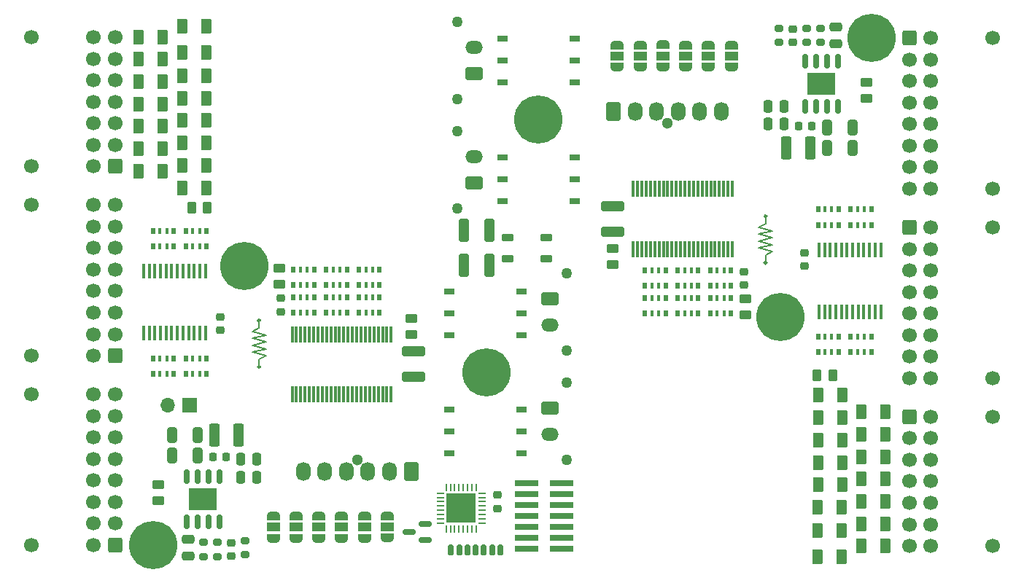
<source format=gbr>
%TF.GenerationSoftware,KiCad,Pcbnew,(6.0.11)*%
%TF.CreationDate,2023-03-28T12:14:43+02:00*%
%TF.ProjectId,bms_monitor,626d735f-6d6f-46e6-9974-6f722e6b6963,rev?*%
%TF.SameCoordinates,Original*%
%TF.FileFunction,Soldermask,Top*%
%TF.FilePolarity,Negative*%
%FSLAX46Y46*%
G04 Gerber Fmt 4.6, Leading zero omitted, Abs format (unit mm)*
G04 Created by KiCad (PCBNEW (6.0.11)) date 2023-03-28 12:14:43*
%MOMM*%
%LPD*%
G01*
G04 APERTURE LIST*
G04 Aperture macros list*
%AMRoundRect*
0 Rectangle with rounded corners*
0 $1 Rounding radius*
0 $2 $3 $4 $5 $6 $7 $8 $9 X,Y pos of 4 corners*
0 Add a 4 corners polygon primitive as box body*
4,1,4,$2,$3,$4,$5,$6,$7,$8,$9,$2,$3,0*
0 Add four circle primitives for the rounded corners*
1,1,$1+$1,$2,$3*
1,1,$1+$1,$4,$5*
1,1,$1+$1,$6,$7*
1,1,$1+$1,$8,$9*
0 Add four rect primitives between the rounded corners*
20,1,$1+$1,$2,$3,$4,$5,0*
20,1,$1+$1,$4,$5,$6,$7,0*
20,1,$1+$1,$6,$7,$8,$9,0*
20,1,$1+$1,$8,$9,$2,$3,0*%
%AMFreePoly0*
4,1,22,0.550000,-0.750000,0.000000,-0.750000,0.000000,-0.745033,-0.079941,-0.743568,-0.215256,-0.701293,-0.333266,-0.622738,-0.424486,-0.514219,-0.481581,-0.384460,-0.499164,-0.250000,-0.500000,-0.250000,-0.500000,0.250000,-0.499164,0.250000,-0.499963,0.256109,-0.478152,0.396186,-0.417904,0.524511,-0.324060,0.630769,-0.204165,0.706417,-0.067858,0.745374,0.000000,0.744959,0.000000,0.750000,
0.550000,0.750000,0.550000,-0.750000,0.550000,-0.750000,$1*%
%AMFreePoly1*
4,1,20,0.000000,0.744959,0.073905,0.744508,0.209726,0.703889,0.328688,0.626782,0.421226,0.519385,0.479903,0.390333,0.500000,0.250000,0.500000,-0.250000,0.499851,-0.262216,0.476331,-0.402017,0.414519,-0.529596,0.319384,-0.634700,0.198574,-0.708877,0.061801,-0.746166,0.000000,-0.745033,0.000000,-0.750000,-0.550000,-0.750000,-0.550000,0.750000,0.000000,0.750000,0.000000,0.744959,
0.000000,0.744959,$1*%
G04 Aperture macros list end*
%ADD10C,0.150000*%
%ADD11C,0.275000*%
%ADD12RoundRect,0.062500X-0.062500X0.375000X-0.062500X-0.375000X0.062500X-0.375000X0.062500X0.375000X0*%
%ADD13RoundRect,0.062500X-0.375000X0.062500X-0.375000X-0.062500X0.375000X-0.062500X0.375000X0.062500X0*%
%ADD14R,3.450000X3.450000*%
%ADD15RoundRect,0.250000X-0.450000X0.262500X-0.450000X-0.262500X0.450000X-0.262500X0.450000X0.262500X0*%
%ADD16FreePoly0,270.000000*%
%ADD17R,1.500000X1.000000*%
%ADD18FreePoly1,270.000000*%
%ADD19R,0.500000X0.800000*%
%ADD20R,0.400000X0.800000*%
%ADD21RoundRect,0.250000X-0.375000X-0.625000X0.375000X-0.625000X0.375000X0.625000X-0.375000X0.625000X0*%
%ADD22RoundRect,0.250000X0.450000X-0.262500X0.450000X0.262500X-0.450000X0.262500X-0.450000X-0.262500X0*%
%ADD23RoundRect,0.250000X0.375000X0.625000X-0.375000X0.625000X-0.375000X-0.625000X0.375000X-0.625000X0*%
%ADD24RoundRect,0.225000X0.225000X0.250000X-0.225000X0.250000X-0.225000X-0.250000X0.225000X-0.250000X0*%
%ADD25C,5.600000*%
%ADD26R,1.270000X0.760000*%
%ADD27RoundRect,0.250000X0.475000X-0.250000X0.475000X0.250000X-0.475000X0.250000X-0.475000X-0.250000X0*%
%ADD28C,1.700000*%
%ADD29RoundRect,0.250000X-0.600000X-0.600000X0.600000X-0.600000X0.600000X0.600000X-0.600000X0.600000X0*%
%ADD30C,1.270000*%
%ADD31RoundRect,0.250001X0.759999X-0.499999X0.759999X0.499999X-0.759999X0.499999X-0.759999X-0.499999X0*%
%ADD32O,2.020000X1.500000*%
%ADD33RoundRect,0.225000X-0.250000X0.225000X-0.250000X-0.225000X0.250000X-0.225000X0.250000X0.225000X0*%
%ADD34RoundRect,0.250000X-0.325000X-0.650000X0.325000X-0.650000X0.325000X0.650000X-0.325000X0.650000X0*%
%ADD35RoundRect,0.250000X-0.325000X-1.100000X0.325000X-1.100000X0.325000X1.100000X-0.325000X1.100000X0*%
%ADD36RoundRect,0.250000X0.600000X0.600000X-0.600000X0.600000X-0.600000X-0.600000X0.600000X-0.600000X0*%
%ADD37RoundRect,0.150000X-0.150000X0.662500X-0.150000X-0.662500X0.150000X-0.662500X0.150000X0.662500X0*%
%ADD38R,3.200000X2.514000*%
%ADD39RoundRect,0.250000X-0.375000X-1.075000X0.375000X-1.075000X0.375000X1.075000X-0.375000X1.075000X0*%
%ADD40RoundRect,0.150000X0.587500X0.150000X-0.587500X0.150000X-0.587500X-0.150000X0.587500X-0.150000X0*%
%ADD41FreePoly0,90.000000*%
%ADD42FreePoly1,90.000000*%
%ADD43RoundRect,0.250000X-0.250000X-0.475000X0.250000X-0.475000X0.250000X0.475000X-0.250000X0.475000X0*%
%ADD44RoundRect,0.250000X0.262500X0.450000X-0.262500X0.450000X-0.262500X-0.450000X0.262500X-0.450000X0*%
%ADD45RoundRect,0.200000X-0.275000X0.200000X-0.275000X-0.200000X0.275000X-0.200000X0.275000X0.200000X0*%
%ADD46RoundRect,0.150000X0.150000X-0.662500X0.150000X0.662500X-0.150000X0.662500X-0.150000X-0.662500X0*%
%ADD47C,1.300000*%
%ADD48RoundRect,0.250000X-0.600000X0.850000X-0.600000X-0.850000X0.600000X-0.850000X0.600000X0.850000X0*%
%ADD49O,1.700000X2.200000*%
%ADD50RoundRect,0.200000X0.275000X-0.200000X0.275000X0.200000X-0.275000X0.200000X-0.275000X-0.200000X0*%
%ADD51RoundRect,0.250000X0.325000X0.650000X-0.325000X0.650000X-0.325000X-0.650000X0.325000X-0.650000X0*%
%ADD52R,0.450000X1.750000*%
%ADD53RoundRect,0.250000X0.250000X0.475000X-0.250000X0.475000X-0.250000X-0.475000X0.250000X-0.475000X0*%
%ADD54RoundRect,0.225000X0.250000X-0.225000X0.250000X0.225000X-0.250000X0.225000X-0.250000X-0.225000X0*%
%ADD55RoundRect,0.250000X0.375000X1.075000X-0.375000X1.075000X-0.375000X-1.075000X0.375000X-1.075000X0*%
%ADD56RoundRect,0.225000X-0.450000X-0.225000X0.450000X-0.225000X0.450000X0.225000X-0.450000X0.225000X0*%
%ADD57RoundRect,0.075000X0.075000X-0.875000X0.075000X0.875000X-0.075000X0.875000X-0.075000X-0.875000X0*%
%ADD58RoundRect,0.250000X0.600000X-0.850000X0.600000X0.850000X-0.600000X0.850000X-0.600000X-0.850000X0*%
%ADD59RoundRect,0.250000X-0.475000X0.250000X-0.475000X-0.250000X0.475000X-0.250000X0.475000X0.250000X0*%
%ADD60RoundRect,0.225000X-0.225000X-0.250000X0.225000X-0.250000X0.225000X0.250000X-0.225000X0.250000X0*%
%ADD61RoundRect,0.250000X-1.100000X0.325000X-1.100000X-0.325000X1.100000X-0.325000X1.100000X0.325000X0*%
%ADD62RoundRect,0.250001X-0.759999X0.499999X-0.759999X-0.499999X0.759999X-0.499999X0.759999X0.499999X0*%
%ADD63RoundRect,0.075000X-0.075000X0.875000X-0.075000X-0.875000X0.075000X-0.875000X0.075000X0.875000X0*%
%ADD64R,1.700000X1.700000*%
%ADD65O,1.700000X1.700000*%
%ADD66R,2.790000X0.740000*%
%ADD67RoundRect,0.250000X-0.262500X-0.450000X0.262500X-0.450000X0.262500X0.450000X-0.262500X0.450000X0*%
%ADD68RoundRect,0.218750X-0.256250X0.218750X-0.256250X-0.218750X0.256250X-0.218750X0.256250X0.218750X0*%
%ADD69RoundRect,0.250000X1.100000X-0.325000X1.100000X0.325000X-1.100000X0.325000X-1.100000X-0.325000X0*%
%ADD70RoundRect,0.160000X-0.160000X-0.475000X0.160000X-0.475000X0.160000X0.475000X-0.160000X0.475000X0*%
G04 APERTURE END LIST*
D10*
X166900000Y-86700000D02*
X166900000Y-85800000D01*
X167700000Y-89100000D02*
X166100000Y-88700000D01*
D11*
X108237500Y-103300000D02*
G75*
G03*
X108237500Y-103300000I-137500J0D01*
G01*
X167037500Y-91200000D02*
G75*
G03*
X167037500Y-91200000I-137500J0D01*
G01*
D10*
X108100000Y-102400000D02*
X108100000Y-103300000D01*
X108100000Y-97900000D02*
X108100000Y-98800000D01*
X166100000Y-87100000D02*
X166900000Y-86700000D01*
X108900000Y-100400000D02*
X107300000Y-100800000D01*
X166100000Y-89500000D02*
X167700000Y-89100000D01*
X108900000Y-99600000D02*
X107300000Y-100000000D01*
X166100000Y-87900000D02*
X167700000Y-87500000D01*
X107300000Y-100800000D02*
X108900000Y-101200000D01*
X107300000Y-99200000D02*
X108900000Y-99600000D01*
X166900000Y-91200000D02*
X166900000Y-90300000D01*
X166900000Y-90300000D02*
X167700000Y-89900000D01*
X167700000Y-87500000D02*
X166100000Y-87100000D01*
X107300000Y-101600000D02*
X108900000Y-102000000D01*
X108900000Y-101200000D02*
X107300000Y-101600000D01*
X108100000Y-98800000D02*
X107300000Y-99200000D01*
X167700000Y-88300000D02*
X166100000Y-87900000D01*
X108900000Y-102000000D02*
X108100000Y-102400000D01*
X107300000Y-100000000D02*
X108900000Y-100400000D01*
D11*
X167037500Y-85800000D02*
G75*
G03*
X167037500Y-85800000I-137500J0D01*
G01*
X108237500Y-97900000D02*
G75*
G03*
X108237500Y-97900000I-137500J0D01*
G01*
D10*
X167700000Y-89900000D02*
X166100000Y-89500000D01*
X166100000Y-88700000D02*
X167700000Y-88300000D01*
D12*
%TO.C,U1*%
X133322000Y-117279700D03*
X132822000Y-117279700D03*
X132322000Y-117279700D03*
X131822000Y-117279700D03*
X131322000Y-117279700D03*
X130822000Y-117279700D03*
X130322000Y-117279700D03*
X129822000Y-117279700D03*
D13*
X129134500Y-117967200D03*
X129134500Y-118467200D03*
X129134500Y-118967200D03*
X129134500Y-119467200D03*
X129134500Y-119967200D03*
X129134500Y-120467200D03*
X129134500Y-120967200D03*
X129134500Y-121467200D03*
D12*
X129822000Y-122154700D03*
X130322000Y-122154700D03*
X130822000Y-122154700D03*
X131322000Y-122154700D03*
X131822000Y-122154700D03*
X132322000Y-122154700D03*
X132822000Y-122154700D03*
X133322000Y-122154700D03*
D13*
X134009500Y-121467200D03*
X134009500Y-120967200D03*
X134009500Y-120467200D03*
X134009500Y-119967200D03*
X134009500Y-119467200D03*
X134009500Y-118967200D03*
X134009500Y-118467200D03*
X134009500Y-117967200D03*
D14*
X131572000Y-119717200D03*
%TD*%
D15*
%TO.C,R3*%
X110439200Y-91848300D03*
X110439200Y-93673300D03*
%TD*%
D16*
%TO.C,JP3*%
X120335300Y-120620000D03*
D17*
X120335300Y-121920000D03*
D18*
X120335300Y-123220000D03*
%TD*%
D19*
%TO.C,RN8*%
X102000000Y-87500000D03*
D20*
X101200000Y-87500000D03*
X100400000Y-87500000D03*
D19*
X99600000Y-87500000D03*
X99600000Y-89300000D03*
D20*
X100400000Y-89300000D03*
X101200000Y-89300000D03*
D19*
X102000000Y-89300000D03*
%TD*%
D21*
%TO.C,F21*%
X172968000Y-119634000D03*
X175768000Y-119634000D03*
%TD*%
D22*
%TO.C,R16*%
X164592000Y-97229300D03*
X164592000Y-95404300D03*
%TD*%
D23*
%TO.C,Fa10*%
X96954800Y-67564000D03*
X94154800Y-67564000D03*
%TD*%
D16*
%TO.C,JP5*%
X109768900Y-120620000D03*
D17*
X109768900Y-121920000D03*
D18*
X109768900Y-123220000D03*
%TD*%
D23*
%TO.C,Fa8*%
X96954800Y-70154800D03*
X94154800Y-70154800D03*
%TD*%
%TO.C,Fa3*%
X101984000Y-77266800D03*
X99184000Y-77266800D03*
%TD*%
D24*
%TO.C,C25*%
X104275000Y-113800000D03*
X102725000Y-113800000D03*
%TD*%
D25*
%TO.C,H5*%
X168630600Y-97500000D03*
%TD*%
D15*
%TO.C,R4*%
X125800000Y-97687500D03*
X125800000Y-99512500D03*
%TD*%
D19*
%TO.C,CN3*%
X112100000Y-97000000D03*
D20*
X112900000Y-97000000D03*
X113700000Y-97000000D03*
D19*
X114500000Y-97000000D03*
X114500000Y-95200000D03*
D20*
X113700000Y-95200000D03*
X112900000Y-95200000D03*
D19*
X112100000Y-95200000D03*
%TD*%
D21*
%TO.C,F22*%
X172996400Y-116992400D03*
X175796400Y-116992400D03*
%TD*%
D26*
%TO.C,U8*%
X138590000Y-113334800D03*
X138590000Y-110794800D03*
X138590000Y-108254800D03*
X130210000Y-108254800D03*
X130210000Y-110794800D03*
X130210000Y-113334800D03*
%TD*%
D27*
%TO.C,C40*%
X175100000Y-65750000D03*
X175100000Y-63850000D03*
%TD*%
D19*
%TO.C,RN15*%
X159100000Y-95300000D03*
D20*
X158300000Y-95300000D03*
X157500000Y-95300000D03*
D19*
X156700000Y-95300000D03*
X156700000Y-97100000D03*
D20*
X157500000Y-97100000D03*
X158300000Y-97100000D03*
D19*
X159100000Y-97100000D03*
%TD*%
D28*
%TO.C,J10*%
X193280000Y-82600000D03*
X193280000Y-65100000D03*
D29*
X183600000Y-65100000D03*
D28*
X183600000Y-67600000D03*
X183600000Y-70100000D03*
X183600000Y-72600000D03*
X183600000Y-75100000D03*
X183600000Y-77600000D03*
X183600000Y-80100000D03*
X183600000Y-82600000D03*
X186100000Y-65100000D03*
X186100000Y-67600000D03*
X186100000Y-70100000D03*
X186100000Y-72600000D03*
X186100000Y-75100000D03*
X186100000Y-77600000D03*
X186100000Y-80100000D03*
X186100000Y-82600000D03*
%TD*%
D22*
%TO.C,R17*%
X149200000Y-91412500D03*
X149200000Y-89587500D03*
%TD*%
D30*
%TO.C,J2*%
X131140000Y-72200000D03*
X131140000Y-63200000D03*
D31*
X133100000Y-69200000D03*
D32*
X133100000Y-66200000D03*
%TD*%
D33*
%TO.C,C15*%
X103600000Y-97525000D03*
X103600000Y-99075000D03*
%TD*%
D19*
%TO.C,RN6*%
X112100000Y-93800000D03*
D20*
X112900000Y-93800000D03*
X113700000Y-93800000D03*
D19*
X114500000Y-93800000D03*
X114500000Y-92000000D03*
D20*
X113700000Y-92000000D03*
X112900000Y-92000000D03*
D19*
X112100000Y-92000000D03*
%TD*%
D34*
%TO.C,C21*%
X98025000Y-113600000D03*
X100975000Y-113600000D03*
%TD*%
D22*
%TO.C,R14*%
X96400000Y-118812500D03*
X96400000Y-116987500D03*
%TD*%
D16*
%TO.C,JP6*%
X112410500Y-120620000D03*
D17*
X112410500Y-121920000D03*
D18*
X112410500Y-123220000D03*
%TD*%
D35*
%TO.C,C1*%
X131900400Y-87401400D03*
X134850400Y-87401400D03*
%TD*%
D28*
%TO.C,J6*%
X81720000Y-124000000D03*
X81720000Y-106500000D03*
D36*
X91400000Y-124000000D03*
D28*
X91400000Y-121500000D03*
X91400000Y-119000000D03*
X91400000Y-116500000D03*
X91400000Y-114000000D03*
X91400000Y-111500000D03*
X91400000Y-109000000D03*
X91400000Y-106500000D03*
X88900000Y-124000000D03*
X88900000Y-121500000D03*
X88900000Y-119000000D03*
X88900000Y-116500000D03*
X88900000Y-114000000D03*
X88900000Y-111500000D03*
X88900000Y-109000000D03*
X88900000Y-106500000D03*
%TD*%
D37*
%TO.C,U11*%
X175305000Y-67762500D03*
X174035000Y-67762500D03*
X172765000Y-67762500D03*
X171495000Y-67762500D03*
X171495000Y-73037500D03*
X172765000Y-73037500D03*
X174035000Y-73037500D03*
X175305000Y-73037500D03*
D38*
X173400000Y-70400000D03*
%TD*%
D19*
%TO.C,CN9*%
X159100000Y-92100000D03*
D20*
X158300000Y-92100000D03*
X157500000Y-92100000D03*
D19*
X156700000Y-92100000D03*
X156700000Y-93900000D03*
D20*
X157500000Y-93900000D03*
X158300000Y-93900000D03*
D19*
X159100000Y-93900000D03*
%TD*%
D39*
%TO.C,L2*%
X102900000Y-111200000D03*
X105700000Y-111200000D03*
%TD*%
D26*
%TO.C,U13*%
X136410000Y-78960000D03*
X136410000Y-81500000D03*
X136410000Y-84040000D03*
X144790000Y-84040000D03*
X144790000Y-81500000D03*
X144790000Y-78960000D03*
%TD*%
D40*
%TO.C,U2*%
X127429500Y-123428800D03*
X127429500Y-121528800D03*
X125554500Y-122478800D03*
%TD*%
D28*
%TO.C,J5*%
X81720000Y-65000000D03*
X81720000Y-80000000D03*
D36*
X91400000Y-80000000D03*
D28*
X91400000Y-77500000D03*
X91400000Y-75000000D03*
X91400000Y-72500000D03*
X91400000Y-70000000D03*
X91400000Y-67500000D03*
X91400000Y-65000000D03*
X88900000Y-80000000D03*
X88900000Y-77500000D03*
X88900000Y-75000000D03*
X88900000Y-72500000D03*
X88900000Y-70000000D03*
X88900000Y-67500000D03*
X88900000Y-65000000D03*
%TD*%
D34*
%TO.C,C19*%
X98025000Y-111200000D03*
X100975000Y-111200000D03*
%TD*%
D23*
%TO.C,Fa2*%
X96954800Y-77927200D03*
X94154800Y-77927200D03*
%TD*%
%TO.C,Fa13*%
X102034800Y-63703200D03*
X99234800Y-63703200D03*
%TD*%
%TO.C,Fa7*%
X101984000Y-72085200D03*
X99184000Y-72085200D03*
%TD*%
D41*
%TO.C,JP12*%
X160283900Y-68500000D03*
D17*
X160283900Y-67200000D03*
D42*
X160283900Y-65900000D03*
%TD*%
D23*
%TO.C,Fa11*%
X102034800Y-66802000D03*
X99234800Y-66802000D03*
%TD*%
D19*
%TO.C,RN18*%
X176800000Y-101600000D03*
D20*
X177600000Y-101600000D03*
X178400000Y-101600000D03*
D19*
X179200000Y-101600000D03*
X179200000Y-99800000D03*
D20*
X178400000Y-99800000D03*
X177600000Y-99800000D03*
D19*
X176800000Y-99800000D03*
%TD*%
D43*
%TO.C,C49*%
X167150000Y-73000000D03*
X169050000Y-73000000D03*
%TD*%
D44*
%TO.C,FB1*%
X102106100Y-84836000D03*
X100281100Y-84836000D03*
%TD*%
D28*
%TO.C,J9*%
X193280000Y-109100000D03*
X193280000Y-124100000D03*
D29*
X183600000Y-109100000D03*
D28*
X183600000Y-111600000D03*
X183600000Y-114100000D03*
X183600000Y-116600000D03*
X183600000Y-119100000D03*
X183600000Y-121600000D03*
X183600000Y-124100000D03*
X186100000Y-109100000D03*
X186100000Y-111600000D03*
X186100000Y-114100000D03*
X186100000Y-116600000D03*
X186100000Y-119100000D03*
X186100000Y-121600000D03*
X186100000Y-124100000D03*
%TD*%
D30*
%TO.C,J1*%
X131136000Y-75915000D03*
X131136000Y-84915000D03*
D31*
X133096000Y-81915000D03*
D32*
X133096000Y-78915000D03*
%TD*%
D45*
%TO.C,R21*%
X173300000Y-63975000D03*
X173300000Y-65625000D03*
%TD*%
D46*
%TO.C,U7*%
X99695000Y-121337500D03*
X100965000Y-121337500D03*
X102235000Y-121337500D03*
X103505000Y-121337500D03*
X103505000Y-116062500D03*
X102235000Y-116062500D03*
X100965000Y-116062500D03*
X99695000Y-116062500D03*
D38*
X101600000Y-118700000D03*
%TD*%
D47*
%TO.C,J8*%
X119500000Y-114090000D03*
D48*
X125750000Y-115430000D03*
D49*
X123250000Y-115430000D03*
X120750000Y-115430000D03*
X118250000Y-115430000D03*
X115750000Y-115430000D03*
X113250000Y-115430000D03*
%TD*%
D25*
%TO.C,H2*%
X106400600Y-91600000D03*
%TD*%
D50*
%TO.C,R8*%
X101700000Y-125335800D03*
X101700000Y-123685800D03*
%TD*%
D19*
%TO.C,CN2*%
X115900000Y-97000000D03*
D20*
X116700000Y-97000000D03*
X117500000Y-97000000D03*
D19*
X118300000Y-97000000D03*
X118300000Y-95200000D03*
D20*
X117500000Y-95200000D03*
X116700000Y-95200000D03*
D19*
X115900000Y-95200000D03*
%TD*%
D51*
%TO.C,C41*%
X176975000Y-75500000D03*
X174025000Y-75500000D03*
%TD*%
D21*
%TO.C,F16*%
X178025600Y-116332000D03*
X180825600Y-116332000D03*
%TD*%
D52*
%TO.C,U10*%
X173125000Y-96900000D03*
X173775000Y-96900000D03*
X174425000Y-96900000D03*
X175075000Y-96900000D03*
X175725000Y-96900000D03*
X176375000Y-96900000D03*
X177025000Y-96900000D03*
X177675000Y-96900000D03*
X178325000Y-96900000D03*
X178975000Y-96900000D03*
X179625000Y-96900000D03*
X180275000Y-96900000D03*
X180275000Y-89700000D03*
X179625000Y-89700000D03*
X178975000Y-89700000D03*
X178325000Y-89700000D03*
X177675000Y-89700000D03*
X177025000Y-89700000D03*
X176375000Y-89700000D03*
X175725000Y-89700000D03*
X175075000Y-89700000D03*
X174425000Y-89700000D03*
X173775000Y-89700000D03*
X173125000Y-89700000D03*
%TD*%
D19*
%TO.C,CN1*%
X119700000Y-97000000D03*
D20*
X120500000Y-97000000D03*
X121300000Y-97000000D03*
D19*
X122100000Y-97000000D03*
X122100000Y-95200000D03*
D20*
X121300000Y-95200000D03*
X120500000Y-95200000D03*
D19*
X119700000Y-95200000D03*
%TD*%
D53*
%TO.C,C29*%
X107850000Y-116100000D03*
X105950000Y-116100000D03*
%TD*%
D45*
%TO.C,R26*%
X171700000Y-63975000D03*
X171700000Y-65625000D03*
%TD*%
D54*
%TO.C,C46*%
X170100000Y-65575000D03*
X170100000Y-64025000D03*
%TD*%
D52*
%TO.C,U6*%
X101875000Y-92200000D03*
X101225000Y-92200000D03*
X100575000Y-92200000D03*
X99925000Y-92200000D03*
X99275000Y-92200000D03*
X98625000Y-92200000D03*
X97975000Y-92200000D03*
X97325000Y-92200000D03*
X96675000Y-92200000D03*
X96025000Y-92200000D03*
X95375000Y-92200000D03*
X94725000Y-92200000D03*
X94725000Y-99400000D03*
X95375000Y-99400000D03*
X96025000Y-99400000D03*
X96675000Y-99400000D03*
X97325000Y-99400000D03*
X97975000Y-99400000D03*
X98625000Y-99400000D03*
X99275000Y-99400000D03*
X99925000Y-99400000D03*
X100575000Y-99400000D03*
X101225000Y-99400000D03*
X101875000Y-99400000D03*
%TD*%
D19*
%TO.C,CN14*%
X162900000Y-92100000D03*
D20*
X162100000Y-92100000D03*
X161300000Y-92100000D03*
D19*
X160500000Y-92100000D03*
X160500000Y-93900000D03*
D20*
X161300000Y-93900000D03*
X162100000Y-93900000D03*
D19*
X162900000Y-93900000D03*
%TD*%
%TO.C,RN9*%
X99600000Y-104100000D03*
D20*
X100400000Y-104100000D03*
X101200000Y-104100000D03*
D19*
X102000000Y-104100000D03*
X102000000Y-102300000D03*
D20*
X101200000Y-102300000D03*
X100400000Y-102300000D03*
D19*
X99600000Y-102300000D03*
%TD*%
D55*
%TO.C,L3*%
X172100000Y-77900000D03*
X169300000Y-77900000D03*
%TD*%
D56*
%TO.C,FL1*%
X136925000Y-88250000D03*
X136925000Y-90750000D03*
X141475000Y-90750000D03*
X141475000Y-88250000D03*
%TD*%
D19*
%TO.C,CN8*%
X155300000Y-92100000D03*
D20*
X154500000Y-92100000D03*
X153700000Y-92100000D03*
D19*
X152900000Y-92100000D03*
X152900000Y-93900000D03*
D20*
X153700000Y-93900000D03*
X154500000Y-93900000D03*
D19*
X155300000Y-93900000D03*
%TD*%
D21*
%TO.C,F13*%
X178025600Y-124104400D03*
X180825600Y-124104400D03*
%TD*%
D57*
%TO.C,U9*%
X151550000Y-89600000D03*
X152050000Y-89600000D03*
X152550000Y-89600000D03*
X153050000Y-89600000D03*
X153550000Y-89600000D03*
X154050000Y-89600000D03*
X154550000Y-89600000D03*
X155050000Y-89600000D03*
X155550000Y-89600000D03*
X156050000Y-89600000D03*
X156550000Y-89600000D03*
X157050000Y-89600000D03*
X157550000Y-89600000D03*
X158050000Y-89600000D03*
X158550000Y-89600000D03*
X159050000Y-89600000D03*
X159550000Y-89600000D03*
X160050000Y-89600000D03*
X160550000Y-89600000D03*
X161050000Y-89600000D03*
X161550000Y-89600000D03*
X162050000Y-89600000D03*
X162550000Y-89600000D03*
X163050000Y-89600000D03*
X163050000Y-82600000D03*
X162550000Y-82600000D03*
X162050000Y-82600000D03*
X161550000Y-82600000D03*
X161050000Y-82600000D03*
X160550000Y-82600000D03*
X160050000Y-82600000D03*
X159550000Y-82600000D03*
X159050000Y-82600000D03*
X158550000Y-82600000D03*
X158050000Y-82600000D03*
X157550000Y-82600000D03*
X157050000Y-82600000D03*
X156550000Y-82600000D03*
X156050000Y-82600000D03*
X155550000Y-82600000D03*
X155050000Y-82600000D03*
X154550000Y-82600000D03*
X154050000Y-82600000D03*
X153550000Y-82600000D03*
X153050000Y-82600000D03*
X152550000Y-82600000D03*
X152050000Y-82600000D03*
X151550000Y-82600000D03*
%TD*%
D50*
%TO.C,R13*%
X103276400Y-125335800D03*
X103276400Y-123685800D03*
%TD*%
D51*
%TO.C,C39*%
X176975000Y-77900000D03*
X174025000Y-77900000D03*
%TD*%
D47*
%TO.C,J12*%
X155500000Y-75010000D03*
D58*
X149250000Y-73670000D03*
D49*
X151750000Y-73670000D03*
X154250000Y-73670000D03*
X156750000Y-73670000D03*
X159250000Y-73670000D03*
X161750000Y-73670000D03*
%TD*%
D23*
%TO.C,Fa4*%
X96954800Y-75336400D03*
X94154800Y-75336400D03*
%TD*%
%TO.C,Fa6*%
X96954800Y-72745600D03*
X94154800Y-72745600D03*
%TD*%
D26*
%TO.C,U14*%
X136410000Y-65160000D03*
X136410000Y-67700000D03*
X136410000Y-70240000D03*
X144790000Y-70240000D03*
X144790000Y-67700000D03*
X144790000Y-65160000D03*
%TD*%
D21*
%TO.C,F18*%
X178025600Y-111150400D03*
X180825600Y-111150400D03*
%TD*%
D23*
%TO.C,Fa14*%
X101984000Y-82550000D03*
X99184000Y-82550000D03*
%TD*%
D59*
%TO.C,C20*%
X99900000Y-123350000D03*
X99900000Y-125250000D03*
%TD*%
D25*
%TO.C,H6*%
X179200000Y-65100000D03*
%TD*%
%TO.C,H4*%
X140500000Y-74600000D03*
%TD*%
D19*
%TO.C,RN20*%
X175400000Y-85000000D03*
D20*
X174600000Y-85000000D03*
X173800000Y-85000000D03*
D19*
X173000000Y-85000000D03*
X173000000Y-86800000D03*
D20*
X173800000Y-86800000D03*
X174600000Y-86800000D03*
D19*
X175400000Y-86800000D03*
%TD*%
%TO.C,RN19*%
X173000000Y-101600000D03*
D20*
X173800000Y-101600000D03*
X174600000Y-101600000D03*
D19*
X175400000Y-101600000D03*
X175400000Y-99800000D03*
D20*
X174600000Y-99800000D03*
X173800000Y-99800000D03*
D19*
X173000000Y-99800000D03*
%TD*%
%TO.C,RN21*%
X179200000Y-85000000D03*
D20*
X178400000Y-85000000D03*
X177600000Y-85000000D03*
D19*
X176800000Y-85000000D03*
X176800000Y-86800000D03*
D20*
X177600000Y-86800000D03*
X178400000Y-86800000D03*
D19*
X179200000Y-86800000D03*
%TD*%
D41*
%TO.C,JP10*%
X149700000Y-68500000D03*
D17*
X149700000Y-67200000D03*
D42*
X149700000Y-65900000D03*
%TD*%
D21*
%TO.C,F25*%
X172996400Y-109169200D03*
X175796400Y-109169200D03*
%TD*%
D19*
%TO.C,RN7*%
X98200000Y-87500000D03*
D20*
X97400000Y-87500000D03*
X96600000Y-87500000D03*
D19*
X95800000Y-87500000D03*
X95800000Y-89300000D03*
D20*
X96600000Y-89300000D03*
X97400000Y-89300000D03*
D19*
X98200000Y-89300000D03*
%TD*%
D60*
%TO.C,C45*%
X170725000Y-75300000D03*
X172275000Y-75300000D03*
%TD*%
D21*
%TO.C,F24*%
X172996400Y-111810800D03*
X175796400Y-111810800D03*
%TD*%
D23*
%TO.C,Fa5*%
X101984000Y-74676000D03*
X99184000Y-74676000D03*
%TD*%
D61*
%TO.C,C11*%
X126034800Y-101496600D03*
X126034800Y-104446600D03*
%TD*%
D28*
%TO.C,J11*%
X193280000Y-87100000D03*
X193280000Y-104600000D03*
D29*
X183600000Y-87100000D03*
D28*
X183600000Y-89600000D03*
X183600000Y-92100000D03*
X183600000Y-94600000D03*
X183600000Y-97100000D03*
X183600000Y-99600000D03*
X183600000Y-102100000D03*
X183600000Y-104600000D03*
X186100000Y-87100000D03*
X186100000Y-89600000D03*
X186100000Y-92100000D03*
X186100000Y-94600000D03*
X186100000Y-97100000D03*
X186100000Y-99600000D03*
X186100000Y-102100000D03*
X186100000Y-104600000D03*
%TD*%
D19*
%TO.C,RN14*%
X155300000Y-95300000D03*
D20*
X154500000Y-95300000D03*
X153700000Y-95300000D03*
D19*
X152900000Y-95300000D03*
X152900000Y-97100000D03*
D20*
X153700000Y-97100000D03*
X154500000Y-97100000D03*
D19*
X155300000Y-97100000D03*
%TD*%
D41*
%TO.C,JP11*%
X162925500Y-68500000D03*
D17*
X162925500Y-67200000D03*
D42*
X162925500Y-65900000D03*
%TD*%
D30*
%TO.C,J4*%
X143860000Y-92400000D03*
X143860000Y-101400000D03*
D62*
X141900000Y-95400000D03*
D32*
X141900000Y-98400000D03*
%TD*%
D43*
%TO.C,C47*%
X167150000Y-75100000D03*
X169050000Y-75100000D03*
%TD*%
D63*
%TO.C,U5*%
X123450000Y-99500000D03*
X122950000Y-99500000D03*
X122450000Y-99500000D03*
X121950000Y-99500000D03*
X121450000Y-99500000D03*
X120950000Y-99500000D03*
X120450000Y-99500000D03*
X119950000Y-99500000D03*
X119450000Y-99500000D03*
X118950000Y-99500000D03*
X118450000Y-99500000D03*
X117950000Y-99500000D03*
X117450000Y-99500000D03*
X116950000Y-99500000D03*
X116450000Y-99500000D03*
X115950000Y-99500000D03*
X115450000Y-99500000D03*
X114950000Y-99500000D03*
X114450000Y-99500000D03*
X113950000Y-99500000D03*
X113450000Y-99500000D03*
X112950000Y-99500000D03*
X112450000Y-99500000D03*
X111950000Y-99500000D03*
X111950000Y-106500000D03*
X112450000Y-106500000D03*
X112950000Y-106500000D03*
X113450000Y-106500000D03*
X113950000Y-106500000D03*
X114450000Y-106500000D03*
X114950000Y-106500000D03*
X115450000Y-106500000D03*
X115950000Y-106500000D03*
X116450000Y-106500000D03*
X116950000Y-106500000D03*
X117450000Y-106500000D03*
X117950000Y-106500000D03*
X118450000Y-106500000D03*
X118950000Y-106500000D03*
X119450000Y-106500000D03*
X119950000Y-106500000D03*
X120450000Y-106500000D03*
X120950000Y-106500000D03*
X121450000Y-106500000D03*
X121950000Y-106500000D03*
X122450000Y-106500000D03*
X122950000Y-106500000D03*
X123450000Y-106500000D03*
%TD*%
D33*
%TO.C,C30*%
X164400000Y-92225000D03*
X164400000Y-93775000D03*
%TD*%
D19*
%TO.C,RN5*%
X115900000Y-93800000D03*
D20*
X116700000Y-93800000D03*
X117500000Y-93800000D03*
D19*
X118300000Y-93800000D03*
X118300000Y-92000000D03*
D20*
X117500000Y-92000000D03*
X116700000Y-92000000D03*
D19*
X115900000Y-92000000D03*
%TD*%
D64*
%TO.C,J14*%
X100081000Y-107746800D03*
D65*
X97541000Y-107746800D03*
%TD*%
D54*
%TO.C,C35*%
X171400000Y-91575000D03*
X171400000Y-90025000D03*
%TD*%
D35*
%TO.C,C2*%
X131900400Y-91516200D03*
X134850400Y-91516200D03*
%TD*%
D33*
%TO.C,C26*%
X104900000Y-123735800D03*
X104900000Y-125285800D03*
%TD*%
D23*
%TO.C,Fa9*%
X102012400Y-69443600D03*
X99212400Y-69443600D03*
%TD*%
D45*
%TO.C,R15*%
X106500000Y-123475000D03*
X106500000Y-125125000D03*
%TD*%
D26*
%TO.C,U12*%
X138590000Y-99592000D03*
X138590000Y-97052000D03*
X138590000Y-94512000D03*
X130210000Y-94512000D03*
X130210000Y-97052000D03*
X130210000Y-99592000D03*
%TD*%
D16*
%TO.C,JP1*%
X115052100Y-120620000D03*
D17*
X115052100Y-121920000D03*
D18*
X115052100Y-123220000D03*
%TD*%
D21*
%TO.C,F19*%
X178025600Y-108508800D03*
X180825600Y-108508800D03*
%TD*%
%TO.C,Fb14*%
X172996400Y-106527600D03*
X175796400Y-106527600D03*
%TD*%
D41*
%TO.C,JP7*%
X157642300Y-68500000D03*
D17*
X157642300Y-67200000D03*
D42*
X157642300Y-65900000D03*
%TD*%
D21*
%TO.C,F23*%
X172996400Y-114401600D03*
X175796400Y-114401600D03*
%TD*%
D25*
%TO.C,H3*%
X95800000Y-124000000D03*
%TD*%
D19*
%TO.C,RN16*%
X162900000Y-95300000D03*
D20*
X162100000Y-95300000D03*
X161300000Y-95300000D03*
D19*
X160500000Y-95300000D03*
X160500000Y-97100000D03*
D20*
X161300000Y-97100000D03*
X162100000Y-97100000D03*
D19*
X162900000Y-97100000D03*
%TD*%
D25*
%TO.C,H1*%
X134493000Y-103936800D03*
%TD*%
D16*
%TO.C,JP4*%
X122986800Y-120600000D03*
D17*
X122986800Y-121900000D03*
D18*
X122986800Y-123200000D03*
%TD*%
D21*
%TO.C,F20*%
X172973650Y-122275600D03*
X175773650Y-122275600D03*
%TD*%
D66*
%TO.C,J15*%
X143208200Y-124409200D03*
X139138200Y-124409200D03*
X143208200Y-123139200D03*
X139138200Y-123139200D03*
X143208200Y-121869200D03*
X139138200Y-121869200D03*
X143208200Y-120599200D03*
X139138200Y-120599200D03*
X143208200Y-119329200D03*
X139138200Y-119329200D03*
X143208200Y-118059200D03*
X139138200Y-118059200D03*
X143208200Y-116789200D03*
X139138200Y-116789200D03*
%TD*%
D21*
%TO.C,F15*%
X178029250Y-118922800D03*
X180829250Y-118922800D03*
%TD*%
D30*
%TO.C,J3*%
X143860000Y-105102400D03*
X143860000Y-114102400D03*
D62*
X141900000Y-108102400D03*
D32*
X141900000Y-111102400D03*
%TD*%
D41*
%TO.C,JP8*%
X154990800Y-68483000D03*
D17*
X154990800Y-67183000D03*
D42*
X154990800Y-65883000D03*
%TD*%
D23*
%TO.C,Fa12*%
X96954800Y-64973200D03*
X94154800Y-64973200D03*
%TD*%
D19*
%TO.C,RN10*%
X95800000Y-104100000D03*
D20*
X96600000Y-104100000D03*
X97400000Y-104100000D03*
D19*
X98200000Y-104100000D03*
X98200000Y-102300000D03*
D20*
X97400000Y-102300000D03*
X96600000Y-102300000D03*
D19*
X95800000Y-102300000D03*
%TD*%
D53*
%TO.C,C27*%
X107850000Y-114000000D03*
X105950000Y-114000000D03*
%TD*%
D21*
%TO.C,F17*%
X178025600Y-113741200D03*
X180825600Y-113741200D03*
%TD*%
D23*
%TO.C,Fa1*%
X101984000Y-79908400D03*
X99184000Y-79908400D03*
%TD*%
D15*
%TO.C,R27*%
X178600000Y-70287500D03*
X178600000Y-72112500D03*
%TD*%
D54*
%TO.C,C10*%
X110600000Y-96875000D03*
X110600000Y-95325000D03*
%TD*%
D50*
%TO.C,R28*%
X168500000Y-65625000D03*
X168500000Y-63975000D03*
%TD*%
D67*
%TO.C,FB2*%
X172874300Y-104241600D03*
X174699300Y-104241600D03*
%TD*%
D21*
%TO.C,F14*%
X178025600Y-121513600D03*
X180825600Y-121513600D03*
%TD*%
D28*
%TO.C,J7*%
X81720000Y-102000000D03*
X81720000Y-84500000D03*
D36*
X91400000Y-102000000D03*
D28*
X91400000Y-99500000D03*
X91400000Y-97000000D03*
X91400000Y-94500000D03*
X91400000Y-92000000D03*
X91400000Y-89500000D03*
X91400000Y-87000000D03*
X91400000Y-84500000D03*
X88900000Y-102000000D03*
X88900000Y-99500000D03*
X88900000Y-97000000D03*
X88900000Y-94500000D03*
X88900000Y-92000000D03*
X88900000Y-89500000D03*
X88900000Y-87000000D03*
X88900000Y-84500000D03*
%TD*%
D41*
%TO.C,JP9*%
X152349200Y-68500000D03*
D17*
X152349200Y-67200000D03*
D42*
X152349200Y-65900000D03*
%TD*%
D16*
%TO.C,JP2*%
X117693700Y-120620000D03*
D17*
X117693700Y-121920000D03*
D18*
X117693700Y-123220000D03*
%TD*%
D68*
%TO.C,D1*%
X135763000Y-118186100D03*
X135763000Y-119761100D03*
%TD*%
D23*
%TO.C,Fa0*%
X96954800Y-80568800D03*
X94154800Y-80568800D03*
%TD*%
D69*
%TO.C,C31*%
X149200000Y-87575000D03*
X149200000Y-84625000D03*
%TD*%
D70*
%TO.C,U4*%
X130398400Y-124600000D03*
X131348400Y-124600000D03*
X132298400Y-124600000D03*
X133248400Y-124600000D03*
X134198400Y-124600000D03*
X135148400Y-124600000D03*
X136098400Y-124600000D03*
%TD*%
D19*
%TO.C,RN4*%
X119700000Y-93800000D03*
D20*
X120500000Y-93800000D03*
X121300000Y-93800000D03*
D19*
X122100000Y-93800000D03*
X122100000Y-92000000D03*
D20*
X121300000Y-92000000D03*
X120500000Y-92000000D03*
D19*
X119700000Y-92000000D03*
%TD*%
D21*
%TO.C,Fb3*%
X172973650Y-125369400D03*
X175773650Y-125369400D03*
%TD*%
M02*

</source>
